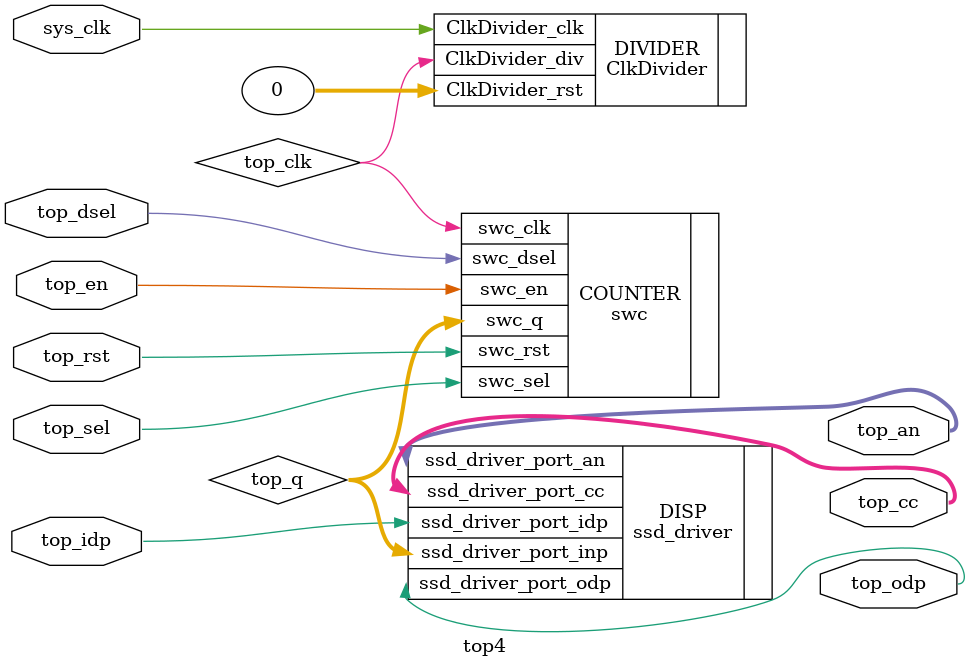
<source format=v>
`timescale 1ns / 1ps


module top4(
    input sys_clk,
    input top_rst,
    input top_en,
    input top_sel,
    input top_dsel,
    input top_idp,
    output [6:0] top_cc,
    output [7:0] top_an,
    output top_odp
    );
    wire top_clk;
ClkDivider DIVIDER(
    .ClkDivider_clk(sys_clk),
    .ClkDivider_rst(0),
.   ClkDivider_div(top_clk)
    );
    wire [3:0] top_q;
swc COUNTER (
    .swc_clk(top_clk),
    .swc_rst(top_rst),
    .swc_en(top_en),
    .swc_sel(top_sel),
    .swc_dsel(top_dsel),
    .swc_q(top_q)
    );
    
ssd_driver DISP 
    (
    .ssd_driver_port_inp(top_q),
    .ssd_driver_port_idp(top_idp),
    .ssd_driver_port_odp(top_odp),
    .ssd_driver_port_cc(top_cc),
    .ssd_driver_port_an(top_an)
    );
    endmodule

</source>
